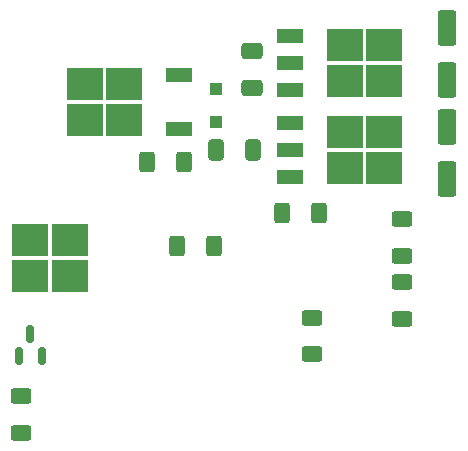
<source format=gtp>
%TF.GenerationSoftware,KiCad,Pcbnew,(6.0.7)*%
%TF.CreationDate,2022-09-15T17:32:09-05:00*%
%TF.ProjectId,Simplified01,53696d70-6c69-4666-9965-6430312e6b69,rev?*%
%TF.SameCoordinates,Original*%
%TF.FileFunction,Paste,Top*%
%TF.FilePolarity,Positive*%
%FSLAX46Y46*%
G04 Gerber Fmt 4.6, Leading zero omitted, Abs format (unit mm)*
G04 Created by KiCad (PCBNEW (6.0.7)) date 2022-09-15 17:32:09*
%MOMM*%
%LPD*%
G01*
G04 APERTURE LIST*
G04 Aperture macros list*
%AMRoundRect*
0 Rectangle with rounded corners*
0 $1 Rounding radius*
0 $2 $3 $4 $5 $6 $7 $8 $9 X,Y pos of 4 corners*
0 Add a 4 corners polygon primitive as box body*
4,1,4,$2,$3,$4,$5,$6,$7,$8,$9,$2,$3,0*
0 Add four circle primitives for the rounded corners*
1,1,$1+$1,$2,$3*
1,1,$1+$1,$4,$5*
1,1,$1+$1,$6,$7*
1,1,$1+$1,$8,$9*
0 Add four rect primitives between the rounded corners*
20,1,$1+$1,$2,$3,$4,$5,0*
20,1,$1+$1,$4,$5,$6,$7,0*
20,1,$1+$1,$6,$7,$8,$9,0*
20,1,$1+$1,$8,$9,$2,$3,0*%
G04 Aperture macros list end*
%ADD10RoundRect,0.250000X0.400000X0.625000X-0.400000X0.625000X-0.400000X-0.625000X0.400000X-0.625000X0*%
%ADD11R,3.050000X2.750000*%
%ADD12R,2.200000X1.200000*%
%ADD13RoundRect,0.250000X0.550000X-1.250000X0.550000X1.250000X-0.550000X1.250000X-0.550000X-1.250000X0*%
%ADD14RoundRect,0.150000X0.150000X-0.587500X0.150000X0.587500X-0.150000X0.587500X-0.150000X-0.587500X0*%
%ADD15RoundRect,0.250000X0.625000X-0.400000X0.625000X0.400000X-0.625000X0.400000X-0.625000X-0.400000X0*%
%ADD16RoundRect,0.250000X-0.625000X0.400000X-0.625000X-0.400000X0.625000X-0.400000X0.625000X0.400000X0*%
%ADD17RoundRect,0.250000X0.412500X0.650000X-0.412500X0.650000X-0.412500X-0.650000X0.412500X-0.650000X0*%
%ADD18RoundRect,0.250000X0.650000X-0.412500X0.650000X0.412500X-0.650000X0.412500X-0.650000X-0.412500X0*%
%ADD19R,1.100000X1.100000*%
G04 APERTURE END LIST*
D10*
X140103251Y-96545751D03*
X137003251Y-96545751D03*
D11*
X142280251Y-89686751D03*
X142280251Y-92736751D03*
X145630251Y-92736751D03*
X145630251Y-89686751D03*
D12*
X137655251Y-88931751D03*
X137655251Y-91211751D03*
X137655251Y-93491751D03*
D10*
X128673251Y-92227751D03*
X125573251Y-92227751D03*
D11*
X142280251Y-85370751D03*
X145630251Y-85370751D03*
X145630251Y-82320751D03*
X142280251Y-82320751D03*
D12*
X137655251Y-81565751D03*
X137655251Y-83845751D03*
X137655251Y-86125751D03*
D13*
X150999251Y-85283751D03*
X150999251Y-80883751D03*
D10*
X131213251Y-99339751D03*
X128113251Y-99339751D03*
D14*
X114743251Y-108659251D03*
X116643251Y-108659251D03*
X115693251Y-106784251D03*
D11*
X120300251Y-85622751D03*
X123650251Y-88672751D03*
X123650251Y-85622751D03*
X120300251Y-88672751D03*
D12*
X128275251Y-89427751D03*
X128275251Y-84867751D03*
D15*
X147189251Y-100127751D03*
X147189251Y-97027751D03*
X139569251Y-108483751D03*
X139569251Y-105383751D03*
D16*
X114931251Y-112013751D03*
X114931251Y-115113751D03*
D13*
X150999251Y-93665751D03*
X150999251Y-89265751D03*
D17*
X134527751Y-91211751D03*
X131402751Y-91211751D03*
D15*
X147189251Y-105461751D03*
X147189251Y-102361751D03*
D18*
X134489251Y-85916251D03*
X134489251Y-82791251D03*
D19*
X131441251Y-86001751D03*
X131441251Y-88801751D03*
D11*
X115690251Y-98830751D03*
X115690251Y-101880751D03*
X119040251Y-101880751D03*
X119040251Y-98830751D03*
M02*

</source>
